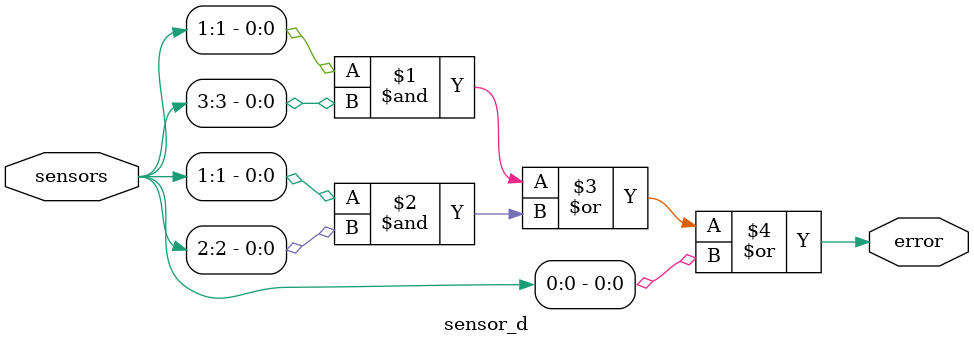
<source format=sv>

module sensor_d(
	input wire [3:0] sensors,
	output wire error
);
	assign error = (sensors[1] & sensors[3] | sensors[1] & sensors[2] | sensors[0]);

endmodule

</source>
